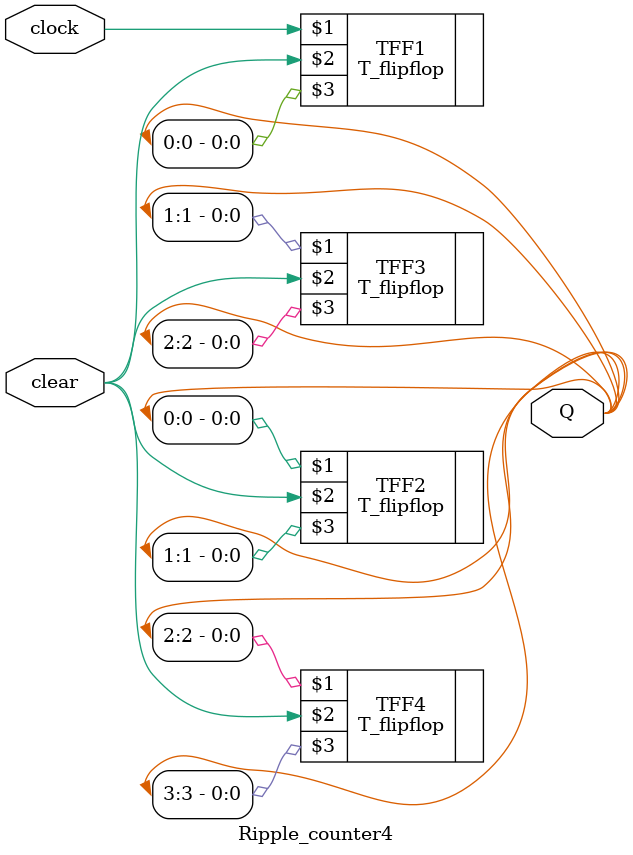
<source format=v>
`timescale 1ns / 1ps


module Ripple_counter4(
    input clock,
    input clear,
    output [3:0] Q
    );
    T_flipflop TFF1(clock,clear,Q[0]);
    T_flipflop TFF2(Q[0],clear,Q[1]);
    T_flipflop TFF3(Q[1],clear,Q[2]);
    T_flipflop TFF4(Q[2],clear,Q[3]);
endmodule

</source>
